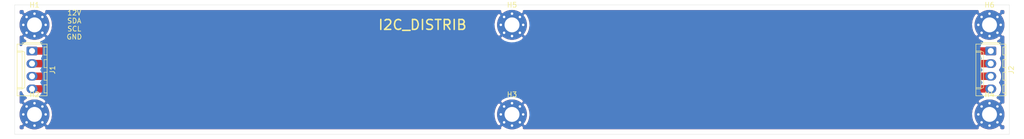
<source format=kicad_pcb>
(kicad_pcb (version 20171130) (host pcbnew "(5.1.4)-1")

  (general
    (thickness 1.6)
    (drawings 6)
    (tracks 5)
    (zones 0)
    (modules 8)
    (nets 6)
  )

  (page A4)
  (layers
    (0 F.Cu signal)
    (31 B.Cu signal)
    (32 B.Adhes user)
    (33 F.Adhes user)
    (34 B.Paste user)
    (35 F.Paste user)
    (36 B.SilkS user)
    (37 F.SilkS user)
    (38 B.Mask user)
    (39 F.Mask user)
    (40 Dwgs.User user)
    (41 Cmts.User user)
    (42 Eco1.User user)
    (43 Eco2.User user)
    (44 Edge.Cuts user)
    (45 Margin user)
    (46 B.CrtYd user)
    (47 F.CrtYd user)
    (48 B.Fab user)
    (49 F.Fab user)
  )

  (setup
    (last_trace_width 0.25)
    (user_trace_width 1)
    (user_trace_width 1.5)
    (user_trace_width 2)
    (trace_clearance 0.2)
    (zone_clearance 1)
    (zone_45_only no)
    (trace_min 0.2)
    (via_size 0.8)
    (via_drill 0.4)
    (via_min_size 0.4)
    (via_min_drill 0.3)
    (uvia_size 0.3)
    (uvia_drill 0.1)
    (uvias_allowed no)
    (uvia_min_size 0.2)
    (uvia_min_drill 0.1)
    (edge_width 0.05)
    (segment_width 0.2)
    (pcb_text_width 0.3)
    (pcb_text_size 1.5 1.5)
    (mod_edge_width 0.12)
    (mod_text_size 1 1)
    (mod_text_width 0.15)
    (pad_size 1.524 1.524)
    (pad_drill 0.762)
    (pad_to_mask_clearance 0.051)
    (solder_mask_min_width 0.25)
    (aux_axis_origin 0 0)
    (grid_origin 67.595 76.875)
    (visible_elements 7FFFFFFF)
    (pcbplotparams
      (layerselection 0x010fc_ffffffff)
      (usegerberextensions false)
      (usegerberattributes false)
      (usegerberadvancedattributes false)
      (creategerberjobfile false)
      (excludeedgelayer true)
      (linewidth 0.100000)
      (plotframeref false)
      (viasonmask false)
      (mode 1)
      (useauxorigin false)
      (hpglpennumber 1)
      (hpglpenspeed 20)
      (hpglpendiameter 15.000000)
      (psnegative false)
      (psa4output false)
      (plotreference true)
      (plotvalue true)
      (plotinvisibletext false)
      (padsonsilk false)
      (subtractmaskfromsilk false)
      (outputformat 1)
      (mirror false)
      (drillshape 1)
      (scaleselection 1)
      (outputdirectory ""))
  )

  (net 0 "")
  (net 1 "Net-(J1-Pad1)")
  (net 2 "Net-(J1-Pad2)")
  (net 3 "Net-(J1-Pad3)")
  (net 4 "Net-(J1-Pad4)")
  (net 5 Earth)

  (net_class Default "Ceci est la Netclass par défaut."
    (clearance 0.2)
    (trace_width 0.25)
    (via_dia 0.8)
    (via_drill 0.4)
    (uvia_dia 0.3)
    (uvia_drill 0.1)
    (add_net Earth)
    (add_net "Net-(J1-Pad1)")
    (add_net "Net-(J1-Pad2)")
    (add_net "Net-(J1-Pad3)")
    (add_net "Net-(J1-Pad4)")
  )

  (module Connector_Molex:Molex_KK-254_AE-6410-04A_1x04_P2.54mm_Vertical (layer F.Cu) (tedit 5B78013E) (tstamp 5EB182E8)
    (at 71.095 86.125 270)
    (descr "Molex KK-254 Interconnect System, old/engineering part number: AE-6410-04A example for new part number: 22-27-2041, 4 Pins (http://www.molex.com/pdm_docs/sd/022272021_sd.pdf), generated with kicad-footprint-generator")
    (tags "connector Molex KK-254 side entry")
    (path /5EB1CAAB)
    (fp_text reference J1 (at 3.81 -4.12 90) (layer F.SilkS)
      (effects (font (size 1 1) (thickness 0.15)))
    )
    (fp_text value Conn_01x04 (at 3.81 4.08 90) (layer F.Fab)
      (effects (font (size 1 1) (thickness 0.15)))
    )
    (fp_text user %R (at 3.81 -2.22 90) (layer F.Fab)
      (effects (font (size 1 1) (thickness 0.15)))
    )
    (fp_line (start 9.39 -3.42) (end -1.77 -3.42) (layer F.CrtYd) (width 0.05))
    (fp_line (start 9.39 3.38) (end 9.39 -3.42) (layer F.CrtYd) (width 0.05))
    (fp_line (start -1.77 3.38) (end 9.39 3.38) (layer F.CrtYd) (width 0.05))
    (fp_line (start -1.77 -3.42) (end -1.77 3.38) (layer F.CrtYd) (width 0.05))
    (fp_line (start 8.42 -2.43) (end 8.42 -3.03) (layer F.SilkS) (width 0.12))
    (fp_line (start 6.82 -2.43) (end 8.42 -2.43) (layer F.SilkS) (width 0.12))
    (fp_line (start 6.82 -3.03) (end 6.82 -2.43) (layer F.SilkS) (width 0.12))
    (fp_line (start 5.88 -2.43) (end 5.88 -3.03) (layer F.SilkS) (width 0.12))
    (fp_line (start 4.28 -2.43) (end 5.88 -2.43) (layer F.SilkS) (width 0.12))
    (fp_line (start 4.28 -3.03) (end 4.28 -2.43) (layer F.SilkS) (width 0.12))
    (fp_line (start 3.34 -2.43) (end 3.34 -3.03) (layer F.SilkS) (width 0.12))
    (fp_line (start 1.74 -2.43) (end 3.34 -2.43) (layer F.SilkS) (width 0.12))
    (fp_line (start 1.74 -3.03) (end 1.74 -2.43) (layer F.SilkS) (width 0.12))
    (fp_line (start 0.8 -2.43) (end 0.8 -3.03) (layer F.SilkS) (width 0.12))
    (fp_line (start -0.8 -2.43) (end 0.8 -2.43) (layer F.SilkS) (width 0.12))
    (fp_line (start -0.8 -3.03) (end -0.8 -2.43) (layer F.SilkS) (width 0.12))
    (fp_line (start 7.37 2.99) (end 7.37 1.99) (layer F.SilkS) (width 0.12))
    (fp_line (start 0.25 2.99) (end 0.25 1.99) (layer F.SilkS) (width 0.12))
    (fp_line (start 7.37 1.46) (end 7.62 1.99) (layer F.SilkS) (width 0.12))
    (fp_line (start 0.25 1.46) (end 7.37 1.46) (layer F.SilkS) (width 0.12))
    (fp_line (start 0 1.99) (end 0.25 1.46) (layer F.SilkS) (width 0.12))
    (fp_line (start 7.62 1.99) (end 7.62 2.99) (layer F.SilkS) (width 0.12))
    (fp_line (start 0 1.99) (end 7.62 1.99) (layer F.SilkS) (width 0.12))
    (fp_line (start 0 2.99) (end 0 1.99) (layer F.SilkS) (width 0.12))
    (fp_line (start -0.562893 0) (end -1.27 0.5) (layer F.Fab) (width 0.1))
    (fp_line (start -1.27 -0.5) (end -0.562893 0) (layer F.Fab) (width 0.1))
    (fp_line (start -1.67 -2) (end -1.67 2) (layer F.SilkS) (width 0.12))
    (fp_line (start 9 -3.03) (end -1.38 -3.03) (layer F.SilkS) (width 0.12))
    (fp_line (start 9 2.99) (end 9 -3.03) (layer F.SilkS) (width 0.12))
    (fp_line (start -1.38 2.99) (end 9 2.99) (layer F.SilkS) (width 0.12))
    (fp_line (start -1.38 -3.03) (end -1.38 2.99) (layer F.SilkS) (width 0.12))
    (fp_line (start 8.89 -2.92) (end -1.27 -2.92) (layer F.Fab) (width 0.1))
    (fp_line (start 8.89 2.88) (end 8.89 -2.92) (layer F.Fab) (width 0.1))
    (fp_line (start -1.27 2.88) (end 8.89 2.88) (layer F.Fab) (width 0.1))
    (fp_line (start -1.27 -2.92) (end -1.27 2.88) (layer F.Fab) (width 0.1))
    (pad 4 thru_hole oval (at 7.62 0 270) (size 1.74 2.2) (drill 1.2) (layers *.Cu *.Mask)
      (net 4 "Net-(J1-Pad4)"))
    (pad 3 thru_hole oval (at 5.08 0 270) (size 1.74 2.2) (drill 1.2) (layers *.Cu *.Mask)
      (net 3 "Net-(J1-Pad3)"))
    (pad 2 thru_hole oval (at 2.54 0 270) (size 1.74 2.2) (drill 1.2) (layers *.Cu *.Mask)
      (net 2 "Net-(J1-Pad2)"))
    (pad 1 thru_hole roundrect (at 0 0 270) (size 1.74 2.2) (drill 1.2) (layers *.Cu *.Mask) (roundrect_rratio 0.143678)
      (net 1 "Net-(J1-Pad1)"))
    (model ${KISYS3DMOD}/Connector_Molex.3dshapes/Molex_KK-254_AE-6410-04A_1x04_P2.54mm_Vertical.wrl
      (at (xyz 0 0 0))
      (scale (xyz 1 1 1))
      (rotate (xyz 0 0 0))
    )
  )

  (module Connector_Molex:Molex_KK-254_AE-6410-04A_1x04_P2.54mm_Vertical (layer F.Cu) (tedit 5B78013E) (tstamp 5EB18314)
    (at 263.845 86.125 270)
    (descr "Molex KK-254 Interconnect System, old/engineering part number: AE-6410-04A example for new part number: 22-27-2041, 4 Pins (http://www.molex.com/pdm_docs/sd/022272021_sd.pdf), generated with kicad-footprint-generator")
    (tags "connector Molex KK-254 side entry")
    (path /5EB1B991)
    (fp_text reference J2 (at 3.81 -4.12 90) (layer F.SilkS)
      (effects (font (size 1 1) (thickness 0.15)))
    )
    (fp_text value Conn_01x04 (at 3.81 4.08 90) (layer F.Fab)
      (effects (font (size 1 1) (thickness 0.15)))
    )
    (fp_line (start -1.27 -2.92) (end -1.27 2.88) (layer F.Fab) (width 0.1))
    (fp_line (start -1.27 2.88) (end 8.89 2.88) (layer F.Fab) (width 0.1))
    (fp_line (start 8.89 2.88) (end 8.89 -2.92) (layer F.Fab) (width 0.1))
    (fp_line (start 8.89 -2.92) (end -1.27 -2.92) (layer F.Fab) (width 0.1))
    (fp_line (start -1.38 -3.03) (end -1.38 2.99) (layer F.SilkS) (width 0.12))
    (fp_line (start -1.38 2.99) (end 9 2.99) (layer F.SilkS) (width 0.12))
    (fp_line (start 9 2.99) (end 9 -3.03) (layer F.SilkS) (width 0.12))
    (fp_line (start 9 -3.03) (end -1.38 -3.03) (layer F.SilkS) (width 0.12))
    (fp_line (start -1.67 -2) (end -1.67 2) (layer F.SilkS) (width 0.12))
    (fp_line (start -1.27 -0.5) (end -0.562893 0) (layer F.Fab) (width 0.1))
    (fp_line (start -0.562893 0) (end -1.27 0.5) (layer F.Fab) (width 0.1))
    (fp_line (start 0 2.99) (end 0 1.99) (layer F.SilkS) (width 0.12))
    (fp_line (start 0 1.99) (end 7.62 1.99) (layer F.SilkS) (width 0.12))
    (fp_line (start 7.62 1.99) (end 7.62 2.99) (layer F.SilkS) (width 0.12))
    (fp_line (start 0 1.99) (end 0.25 1.46) (layer F.SilkS) (width 0.12))
    (fp_line (start 0.25 1.46) (end 7.37 1.46) (layer F.SilkS) (width 0.12))
    (fp_line (start 7.37 1.46) (end 7.62 1.99) (layer F.SilkS) (width 0.12))
    (fp_line (start 0.25 2.99) (end 0.25 1.99) (layer F.SilkS) (width 0.12))
    (fp_line (start 7.37 2.99) (end 7.37 1.99) (layer F.SilkS) (width 0.12))
    (fp_line (start -0.8 -3.03) (end -0.8 -2.43) (layer F.SilkS) (width 0.12))
    (fp_line (start -0.8 -2.43) (end 0.8 -2.43) (layer F.SilkS) (width 0.12))
    (fp_line (start 0.8 -2.43) (end 0.8 -3.03) (layer F.SilkS) (width 0.12))
    (fp_line (start 1.74 -3.03) (end 1.74 -2.43) (layer F.SilkS) (width 0.12))
    (fp_line (start 1.74 -2.43) (end 3.34 -2.43) (layer F.SilkS) (width 0.12))
    (fp_line (start 3.34 -2.43) (end 3.34 -3.03) (layer F.SilkS) (width 0.12))
    (fp_line (start 4.28 -3.03) (end 4.28 -2.43) (layer F.SilkS) (width 0.12))
    (fp_line (start 4.28 -2.43) (end 5.88 -2.43) (layer F.SilkS) (width 0.12))
    (fp_line (start 5.88 -2.43) (end 5.88 -3.03) (layer F.SilkS) (width 0.12))
    (fp_line (start 6.82 -3.03) (end 6.82 -2.43) (layer F.SilkS) (width 0.12))
    (fp_line (start 6.82 -2.43) (end 8.42 -2.43) (layer F.SilkS) (width 0.12))
    (fp_line (start 8.42 -2.43) (end 8.42 -3.03) (layer F.SilkS) (width 0.12))
    (fp_line (start -1.77 -3.42) (end -1.77 3.38) (layer F.CrtYd) (width 0.05))
    (fp_line (start -1.77 3.38) (end 9.39 3.38) (layer F.CrtYd) (width 0.05))
    (fp_line (start 9.39 3.38) (end 9.39 -3.42) (layer F.CrtYd) (width 0.05))
    (fp_line (start 9.39 -3.42) (end -1.77 -3.42) (layer F.CrtYd) (width 0.05))
    (fp_text user %R (at 3.81 -2.22 90) (layer F.Fab)
      (effects (font (size 1 1) (thickness 0.15)))
    )
    (pad 1 thru_hole roundrect (at 0 0 270) (size 1.74 2.2) (drill 1.2) (layers *.Cu *.Mask) (roundrect_rratio 0.143678)
      (net 1 "Net-(J1-Pad1)"))
    (pad 2 thru_hole oval (at 2.54 0 270) (size 1.74 2.2) (drill 1.2) (layers *.Cu *.Mask)
      (net 2 "Net-(J1-Pad2)"))
    (pad 3 thru_hole oval (at 5.08 0 270) (size 1.74 2.2) (drill 1.2) (layers *.Cu *.Mask)
      (net 3 "Net-(J1-Pad3)"))
    (pad 4 thru_hole oval (at 7.62 0 270) (size 1.74 2.2) (drill 1.2) (layers *.Cu *.Mask)
      (net 4 "Net-(J1-Pad4)"))
    (model ${KISYS3DMOD}/Connector_Molex.3dshapes/Molex_KK-254_AE-6410-04A_1x04_P2.54mm_Vertical.wrl
      (at (xyz 0 0 0))
      (scale (xyz 1 1 1))
      (rotate (xyz 0 0 0))
    )
  )

  (module MountingHole:MountingHole_3mm_Pad_Via (layer F.Cu) (tedit 56DDBED4) (tstamp 5EB1CF19)
    (at 71.595 80.875)
    (descr "Mounting Hole 3mm")
    (tags "mounting hole 3mm")
    (path /5EB1E363)
    (attr virtual)
    (fp_text reference H1 (at 0 -4) (layer F.SilkS)
      (effects (font (size 1 1) (thickness 0.15)))
    )
    (fp_text value MountingHole_Pad (at 0 4) (layer F.Fab)
      (effects (font (size 1 1) (thickness 0.15)))
    )
    (fp_text user %R (at 0.3 0) (layer F.Fab)
      (effects (font (size 1 1) (thickness 0.15)))
    )
    (fp_circle (center 0 0) (end 3 0) (layer Cmts.User) (width 0.15))
    (fp_circle (center 0 0) (end 3.25 0) (layer F.CrtYd) (width 0.05))
    (pad 1 thru_hole circle (at 0 0) (size 6 6) (drill 3) (layers *.Cu *.Mask)
      (net 5 Earth))
    (pad 1 thru_hole circle (at 2.25 0) (size 0.8 0.8) (drill 0.5) (layers *.Cu *.Mask)
      (net 5 Earth))
    (pad 1 thru_hole circle (at 1.59099 1.59099) (size 0.8 0.8) (drill 0.5) (layers *.Cu *.Mask)
      (net 5 Earth))
    (pad 1 thru_hole circle (at 0 2.25) (size 0.8 0.8) (drill 0.5) (layers *.Cu *.Mask)
      (net 5 Earth))
    (pad 1 thru_hole circle (at -1.59099 1.59099) (size 0.8 0.8) (drill 0.5) (layers *.Cu *.Mask)
      (net 5 Earth))
    (pad 1 thru_hole circle (at -2.25 0) (size 0.8 0.8) (drill 0.5) (layers *.Cu *.Mask)
      (net 5 Earth))
    (pad 1 thru_hole circle (at -1.59099 -1.59099) (size 0.8 0.8) (drill 0.5) (layers *.Cu *.Mask)
      (net 5 Earth))
    (pad 1 thru_hole circle (at 0 -2.25) (size 0.8 0.8) (drill 0.5) (layers *.Cu *.Mask)
      (net 5 Earth))
    (pad 1 thru_hole circle (at 1.59099 -1.59099) (size 0.8 0.8) (drill 0.5) (layers *.Cu *.Mask)
      (net 5 Earth))
  )

  (module MountingHole:MountingHole_3mm_Pad_Via (layer F.Cu) (tedit 56DDBED4) (tstamp 5EB1CF29)
    (at 71.595 98.875)
    (descr "Mounting Hole 3mm")
    (tags "mounting hole 3mm")
    (path /5EB1E80F)
    (attr virtual)
    (fp_text reference H2 (at 0 -4) (layer F.SilkS)
      (effects (font (size 1 1) (thickness 0.15)))
    )
    (fp_text value MountingHole_Pad (at 0 4) (layer F.Fab)
      (effects (font (size 1 1) (thickness 0.15)))
    )
    (fp_circle (center 0 0) (end 3.25 0) (layer F.CrtYd) (width 0.05))
    (fp_circle (center 0 0) (end 3 0) (layer Cmts.User) (width 0.15))
    (fp_text user %R (at 0.3 0) (layer F.Fab)
      (effects (font (size 1 1) (thickness 0.15)))
    )
    (pad 1 thru_hole circle (at 1.59099 -1.59099) (size 0.8 0.8) (drill 0.5) (layers *.Cu *.Mask)
      (net 5 Earth))
    (pad 1 thru_hole circle (at 0 -2.25) (size 0.8 0.8) (drill 0.5) (layers *.Cu *.Mask)
      (net 5 Earth))
    (pad 1 thru_hole circle (at -1.59099 -1.59099) (size 0.8 0.8) (drill 0.5) (layers *.Cu *.Mask)
      (net 5 Earth))
    (pad 1 thru_hole circle (at -2.25 0) (size 0.8 0.8) (drill 0.5) (layers *.Cu *.Mask)
      (net 5 Earth))
    (pad 1 thru_hole circle (at -1.59099 1.59099) (size 0.8 0.8) (drill 0.5) (layers *.Cu *.Mask)
      (net 5 Earth))
    (pad 1 thru_hole circle (at 0 2.25) (size 0.8 0.8) (drill 0.5) (layers *.Cu *.Mask)
      (net 5 Earth))
    (pad 1 thru_hole circle (at 1.59099 1.59099) (size 0.8 0.8) (drill 0.5) (layers *.Cu *.Mask)
      (net 5 Earth))
    (pad 1 thru_hole circle (at 2.25 0) (size 0.8 0.8) (drill 0.5) (layers *.Cu *.Mask)
      (net 5 Earth))
    (pad 1 thru_hole circle (at 0 0) (size 6 6) (drill 3) (layers *.Cu *.Mask)
      (net 5 Earth))
  )

  (module MountingHole:MountingHole_3mm_Pad_Via (layer F.Cu) (tedit 56DDBED4) (tstamp 5EB1CF39)
    (at 167.595 98.875)
    (descr "Mounting Hole 3mm")
    (tags "mounting hole 3mm")
    (path /5EB1ED7D)
    (attr virtual)
    (fp_text reference H3 (at 0 -4) (layer F.SilkS)
      (effects (font (size 1 1) (thickness 0.15)))
    )
    (fp_text value MountingHole_Pad (at 0 4) (layer F.Fab)
      (effects (font (size 1 1) (thickness 0.15)))
    )
    (fp_text user %R (at 0.3 0) (layer F.Fab)
      (effects (font (size 1 1) (thickness 0.15)))
    )
    (fp_circle (center 0 0) (end 3 0) (layer Cmts.User) (width 0.15))
    (fp_circle (center 0 0) (end 3.25 0) (layer F.CrtYd) (width 0.05))
    (pad 1 thru_hole circle (at 0 0) (size 6 6) (drill 3) (layers *.Cu *.Mask)
      (net 5 Earth))
    (pad 1 thru_hole circle (at 2.25 0) (size 0.8 0.8) (drill 0.5) (layers *.Cu *.Mask)
      (net 5 Earth))
    (pad 1 thru_hole circle (at 1.59099 1.59099) (size 0.8 0.8) (drill 0.5) (layers *.Cu *.Mask)
      (net 5 Earth))
    (pad 1 thru_hole circle (at 0 2.25) (size 0.8 0.8) (drill 0.5) (layers *.Cu *.Mask)
      (net 5 Earth))
    (pad 1 thru_hole circle (at -1.59099 1.59099) (size 0.8 0.8) (drill 0.5) (layers *.Cu *.Mask)
      (net 5 Earth))
    (pad 1 thru_hole circle (at -2.25 0) (size 0.8 0.8) (drill 0.5) (layers *.Cu *.Mask)
      (net 5 Earth))
    (pad 1 thru_hole circle (at -1.59099 -1.59099) (size 0.8 0.8) (drill 0.5) (layers *.Cu *.Mask)
      (net 5 Earth))
    (pad 1 thru_hole circle (at 0 -2.25) (size 0.8 0.8) (drill 0.5) (layers *.Cu *.Mask)
      (net 5 Earth))
    (pad 1 thru_hole circle (at 1.59099 -1.59099) (size 0.8 0.8) (drill 0.5) (layers *.Cu *.Mask)
      (net 5 Earth))
  )

  (module MountingHole:MountingHole_3mm_Pad_Via (layer F.Cu) (tedit 56DDBED4) (tstamp 5EB1CF49)
    (at 263.595 98.875)
    (descr "Mounting Hole 3mm")
    (tags "mounting hole 3mm")
    (path /5EB1F2C4)
    (attr virtual)
    (fp_text reference H4 (at 0 -4) (layer F.SilkS)
      (effects (font (size 1 1) (thickness 0.15)))
    )
    (fp_text value MountingHole_Pad (at 0 4) (layer F.Fab)
      (effects (font (size 1 1) (thickness 0.15)))
    )
    (fp_circle (center 0 0) (end 3.25 0) (layer F.CrtYd) (width 0.05))
    (fp_circle (center 0 0) (end 3 0) (layer Cmts.User) (width 0.15))
    (fp_text user %R (at 0.3 0) (layer F.Fab)
      (effects (font (size 1 1) (thickness 0.15)))
    )
    (pad 1 thru_hole circle (at 1.59099 -1.59099) (size 0.8 0.8) (drill 0.5) (layers *.Cu *.Mask)
      (net 5 Earth))
    (pad 1 thru_hole circle (at 0 -2.25) (size 0.8 0.8) (drill 0.5) (layers *.Cu *.Mask)
      (net 5 Earth))
    (pad 1 thru_hole circle (at -1.59099 -1.59099) (size 0.8 0.8) (drill 0.5) (layers *.Cu *.Mask)
      (net 5 Earth))
    (pad 1 thru_hole circle (at -2.25 0) (size 0.8 0.8) (drill 0.5) (layers *.Cu *.Mask)
      (net 5 Earth))
    (pad 1 thru_hole circle (at -1.59099 1.59099) (size 0.8 0.8) (drill 0.5) (layers *.Cu *.Mask)
      (net 5 Earth))
    (pad 1 thru_hole circle (at 0 2.25) (size 0.8 0.8) (drill 0.5) (layers *.Cu *.Mask)
      (net 5 Earth))
    (pad 1 thru_hole circle (at 1.59099 1.59099) (size 0.8 0.8) (drill 0.5) (layers *.Cu *.Mask)
      (net 5 Earth))
    (pad 1 thru_hole circle (at 2.25 0) (size 0.8 0.8) (drill 0.5) (layers *.Cu *.Mask)
      (net 5 Earth))
    (pad 1 thru_hole circle (at 0 0) (size 6 6) (drill 3) (layers *.Cu *.Mask)
      (net 5 Earth))
  )

  (module MountingHole:MountingHole_3mm_Pad_Via (layer F.Cu) (tedit 56DDBED4) (tstamp 5EB1CF59)
    (at 167.595 80.875)
    (descr "Mounting Hole 3mm")
    (tags "mounting hole 3mm")
    (path /5EB1F0CF)
    (attr virtual)
    (fp_text reference H5 (at 0 -4) (layer F.SilkS)
      (effects (font (size 1 1) (thickness 0.15)))
    )
    (fp_text value MountingHole_Pad (at 0 4) (layer F.Fab)
      (effects (font (size 1 1) (thickness 0.15)))
    )
    (fp_text user %R (at 0.3 0) (layer F.Fab)
      (effects (font (size 1 1) (thickness 0.15)))
    )
    (fp_circle (center 0 0) (end 3 0) (layer Cmts.User) (width 0.15))
    (fp_circle (center 0 0) (end 3.25 0) (layer F.CrtYd) (width 0.05))
    (pad 1 thru_hole circle (at 0 0) (size 6 6) (drill 3) (layers *.Cu *.Mask)
      (net 5 Earth))
    (pad 1 thru_hole circle (at 2.25 0) (size 0.8 0.8) (drill 0.5) (layers *.Cu *.Mask)
      (net 5 Earth))
    (pad 1 thru_hole circle (at 1.59099 1.59099) (size 0.8 0.8) (drill 0.5) (layers *.Cu *.Mask)
      (net 5 Earth))
    (pad 1 thru_hole circle (at 0 2.25) (size 0.8 0.8) (drill 0.5) (layers *.Cu *.Mask)
      (net 5 Earth))
    (pad 1 thru_hole circle (at -1.59099 1.59099) (size 0.8 0.8) (drill 0.5) (layers *.Cu *.Mask)
      (net 5 Earth))
    (pad 1 thru_hole circle (at -2.25 0) (size 0.8 0.8) (drill 0.5) (layers *.Cu *.Mask)
      (net 5 Earth))
    (pad 1 thru_hole circle (at -1.59099 -1.59099) (size 0.8 0.8) (drill 0.5) (layers *.Cu *.Mask)
      (net 5 Earth))
    (pad 1 thru_hole circle (at 0 -2.25) (size 0.8 0.8) (drill 0.5) (layers *.Cu *.Mask)
      (net 5 Earth))
    (pad 1 thru_hole circle (at 1.59099 -1.59099) (size 0.8 0.8) (drill 0.5) (layers *.Cu *.Mask)
      (net 5 Earth))
  )

  (module MountingHole:MountingHole_3mm_Pad_Via (layer F.Cu) (tedit 56DDBED4) (tstamp 5EB1CF69)
    (at 263.595 80.875)
    (descr "Mounting Hole 3mm")
    (tags "mounting hole 3mm")
    (path /5EB1EF77)
    (attr virtual)
    (fp_text reference H6 (at 0 -4) (layer F.SilkS)
      (effects (font (size 1 1) (thickness 0.15)))
    )
    (fp_text value MountingHole_Pad (at 0 4) (layer F.Fab)
      (effects (font (size 1 1) (thickness 0.15)))
    )
    (fp_circle (center 0 0) (end 3.25 0) (layer F.CrtYd) (width 0.05))
    (fp_circle (center 0 0) (end 3 0) (layer Cmts.User) (width 0.15))
    (fp_text user %R (at 0.3 0) (layer F.Fab)
      (effects (font (size 1 1) (thickness 0.15)))
    )
    (pad 1 thru_hole circle (at 1.59099 -1.59099) (size 0.8 0.8) (drill 0.5) (layers *.Cu *.Mask)
      (net 5 Earth))
    (pad 1 thru_hole circle (at 0 -2.25) (size 0.8 0.8) (drill 0.5) (layers *.Cu *.Mask)
      (net 5 Earth))
    (pad 1 thru_hole circle (at -1.59099 -1.59099) (size 0.8 0.8) (drill 0.5) (layers *.Cu *.Mask)
      (net 5 Earth))
    (pad 1 thru_hole circle (at -2.25 0) (size 0.8 0.8) (drill 0.5) (layers *.Cu *.Mask)
      (net 5 Earth))
    (pad 1 thru_hole circle (at -1.59099 1.59099) (size 0.8 0.8) (drill 0.5) (layers *.Cu *.Mask)
      (net 5 Earth))
    (pad 1 thru_hole circle (at 0 2.25) (size 0.8 0.8) (drill 0.5) (layers *.Cu *.Mask)
      (net 5 Earth))
    (pad 1 thru_hole circle (at 1.59099 1.59099) (size 0.8 0.8) (drill 0.5) (layers *.Cu *.Mask)
      (net 5 Earth))
    (pad 1 thru_hole circle (at 2.25 0) (size 0.8 0.8) (drill 0.5) (layers *.Cu *.Mask)
      (net 5 Earth))
    (pad 1 thru_hole circle (at 0 0) (size 6 6) (drill 3) (layers *.Cu *.Mask)
      (net 5 Earth))
  )

  (gr_text I2C_DISTRIB (at 149.595 80.875) (layer F.SilkS)
    (effects (font (size 2 2) (thickness 0.3)))
  )
  (gr_text "12V\nSDA\nSCL\nGND" (at 79.595 80.875) (layer F.SilkS)
    (effects (font (size 1 1) (thickness 0.15)))
  )
  (gr_line (start 267.595 76.875) (end 267.595 102.875) (layer Edge.Cuts) (width 0.05) (tstamp 5EB1D13C))
  (gr_line (start 267.595 76.875) (end 67.595 76.875) (layer Edge.Cuts) (width 0.05) (tstamp 5EB18584))
  (gr_line (start 67.595 102.875) (end 267.595 102.875) (layer Edge.Cuts) (width 0.05))
  (gr_line (start 67.595 76.875) (end 67.595 102.875) (layer Edge.Cuts) (width 0.05))

  (segment (start 263.845 86.125) (end 71.095 86.125) (width 1.5) (layer F.Cu) (net 1))
  (segment (start 73.695 88.665) (end 263.845 88.665) (width 1.5) (layer F.Cu) (net 2))
  (segment (start 71.095 88.665) (end 73.695 88.665) (width 1.5) (layer F.Cu) (net 2))
  (segment (start 263.845 91.205) (end 71.095 91.205) (width 1.5) (layer F.Cu) (net 3))
  (segment (start 71.095 93.745) (end 263.845 93.745) (width 1.5) (layer F.Cu) (net 4))

  (zone (net 5) (net_name Earth) (layer F.Cu) (tstamp 0) (hatch edge 0.508)
    (connect_pads (clearance 1))
    (min_thickness 0.5)
    (fill yes (arc_segments 32) (thermal_gap 0.508) (thermal_bridge_width 0.508))
    (polygon
      (pts
        (xy 66.595 75.875) (xy 268.595 75.875) (xy 268.595 103.875) (xy 66.595 103.875)
      )
    )
    (filled_polygon
      (pts
        (xy 69.061662 78.336005) (xy 71.595 80.869343) (xy 74.128338 78.336005) (xy 74.014589 78.15) (xy 165.175411 78.15)
        (xy 165.061662 78.336005) (xy 167.595 80.869343) (xy 170.128338 78.336005) (xy 170.014589 78.15) (xy 261.175411 78.15)
        (xy 261.061662 78.336005) (xy 263.595 80.869343) (xy 266.128338 78.336005) (xy 266.014589 78.15) (xy 266.32 78.15)
        (xy 266.32 78.455411) (xy 266.133995 78.341662) (xy 263.600657 80.875) (xy 266.133995 83.408338) (xy 266.32 83.294589)
        (xy 266.320001 96.455411) (xy 266.133995 96.341662) (xy 263.600657 98.875) (xy 266.133995 101.408338) (xy 266.320001 101.294588)
        (xy 266.320001 101.6) (xy 266.014589 101.6) (xy 266.128338 101.413995) (xy 263.595 98.880657) (xy 261.061662 101.413995)
        (xy 261.175411 101.6) (xy 170.014589 101.6) (xy 170.128338 101.413995) (xy 167.595 98.880657) (xy 165.061662 101.413995)
        (xy 165.175411 101.6) (xy 74.014589 101.6) (xy 74.128338 101.413995) (xy 71.595 98.880657) (xy 69.061662 101.413995)
        (xy 69.175411 101.6) (xy 68.87 101.6) (xy 68.87 101.294589) (xy 69.056005 101.408338) (xy 71.589343 98.875)
        (xy 71.600657 98.875) (xy 74.133995 101.408338) (xy 74.652346 101.091347) (xy 75.025988 100.452302) (xy 75.267779 99.752643)
        (xy 75.368427 99.019255) (xy 75.351107 98.730745) (xy 163.821573 98.730745) (xy 163.865935 99.469675) (xy 164.053603 100.185753)
        (xy 164.377366 100.85146) (xy 164.537654 101.091347) (xy 165.056005 101.408338) (xy 167.589343 98.875) (xy 167.600657 98.875)
        (xy 170.133995 101.408338) (xy 170.652346 101.091347) (xy 171.025988 100.452302) (xy 171.267779 99.752643) (xy 171.368427 99.019255)
        (xy 171.351107 98.730745) (xy 259.821573 98.730745) (xy 259.865935 99.469675) (xy 260.053603 100.185753) (xy 260.377366 100.85146)
        (xy 260.537654 101.091347) (xy 261.056005 101.408338) (xy 263.589343 98.875) (xy 261.056005 96.341662) (xy 260.537654 96.658653)
        (xy 260.164012 97.297698) (xy 259.922221 97.997357) (xy 259.821573 98.730745) (xy 171.351107 98.730745) (xy 171.324065 98.280325)
        (xy 171.136397 97.564247) (xy 170.812634 96.89854) (xy 170.652346 96.658653) (xy 170.133995 96.341662) (xy 167.600657 98.875)
        (xy 167.589343 98.875) (xy 165.056005 96.341662) (xy 164.537654 96.658653) (xy 164.164012 97.297698) (xy 163.922221 97.997357)
        (xy 163.821573 98.730745) (xy 75.351107 98.730745) (xy 75.324065 98.280325) (xy 75.136397 97.564247) (xy 74.812634 96.89854)
        (xy 74.652346 96.658653) (xy 74.133995 96.341662) (xy 71.600657 98.875) (xy 71.589343 98.875) (xy 69.056005 96.341662)
        (xy 68.87 96.455411) (xy 68.87 94.47154) (xy 68.896899 94.560214) (xy 69.093756 94.928507) (xy 69.358681 95.251319)
        (xy 69.681493 95.516244) (xy 69.78974 95.574104) (xy 69.61854 95.657366) (xy 69.378653 95.817654) (xy 69.061662 96.336005)
        (xy 71.595 98.869343) (xy 74.128338 96.336005) (xy 73.811347 95.817654) (xy 73.687086 95.745) (xy 165.487387 95.745)
        (xy 165.378653 95.817654) (xy 165.061662 96.336005) (xy 167.595 98.869343) (xy 170.128338 96.336005) (xy 169.811347 95.817654)
        (xy 169.687086 95.745) (xy 261.487387 95.745) (xy 261.378653 95.817654) (xy 261.061662 96.336005) (xy 263.595 98.869343)
        (xy 266.128338 96.336005) (xy 265.811347 95.817654) (xy 265.27404 95.503497) (xy 265.581319 95.251319) (xy 265.846244 94.928507)
        (xy 266.043101 94.560214) (xy 266.164325 94.160593) (xy 266.205257 93.745) (xy 266.164325 93.329407) (xy 266.043101 92.929786)
        (xy 265.846244 92.561493) (xy 265.775261 92.475) (xy 265.846244 92.388507) (xy 266.043101 92.020214) (xy 266.164325 91.620593)
        (xy 266.205257 91.205) (xy 266.164325 90.789407) (xy 266.043101 90.389786) (xy 265.846244 90.021493) (xy 265.775261 89.935)
        (xy 265.846244 89.848507) (xy 266.043101 89.480214) (xy 266.164325 89.080593) (xy 266.205257 88.665) (xy 266.164325 88.249407)
        (xy 266.043101 87.849786) (xy 265.918517 87.616706) (xy 265.947233 87.581716) (xy 266.086407 87.32134) (xy 266.17211 87.038816)
        (xy 266.201048 86.745001) (xy 266.201048 85.504999) (xy 266.17211 85.211184) (xy 266.086407 84.92866) (xy 265.947233 84.668284)
        (xy 265.759937 84.440063) (xy 265.531716 84.252767) (xy 265.393789 84.179043) (xy 265.57146 84.092634) (xy 265.811347 83.932346)
        (xy 266.128338 83.413995) (xy 263.595 80.880657) (xy 261.061662 83.413995) (xy 261.378653 83.932346) (xy 261.708152 84.125)
        (xy 169.50491 84.125) (xy 169.57146 84.092634) (xy 169.811347 83.932346) (xy 170.128338 83.413995) (xy 167.595 80.880657)
        (xy 165.061662 83.413995) (xy 165.378653 83.932346) (xy 165.708152 84.125) (xy 73.50491 84.125) (xy 73.57146 84.092634)
        (xy 73.811347 83.932346) (xy 74.128338 83.413995) (xy 71.595 80.880657) (xy 69.061662 83.413995) (xy 69.378653 83.932346)
        (xy 69.681816 84.109602) (xy 69.66866 84.113593) (xy 69.408284 84.252767) (xy 69.180063 84.440063) (xy 68.992767 84.668284)
        (xy 68.87 84.897965) (xy 68.87 83.294589) (xy 69.056005 83.408338) (xy 71.589343 80.875) (xy 71.600657 80.875)
        (xy 74.133995 83.408338) (xy 74.652346 83.091347) (xy 75.025988 82.452302) (xy 75.267779 81.752643) (xy 75.368427 81.019255)
        (xy 75.351107 80.730745) (xy 163.821573 80.730745) (xy 163.865935 81.469675) (xy 164.053603 82.185753) (xy 164.377366 82.85146)
        (xy 164.537654 83.091347) (xy 165.056005 83.408338) (xy 167.589343 80.875) (xy 167.600657 80.875) (xy 170.133995 83.408338)
        (xy 170.652346 83.091347) (xy 171.025988 82.452302) (xy 171.267779 81.752643) (xy 171.368427 81.019255) (xy 171.351107 80.730745)
        (xy 259.821573 80.730745) (xy 259.865935 81.469675) (xy 260.053603 82.185753) (xy 260.377366 82.85146) (xy 260.537654 83.091347)
        (xy 261.056005 83.408338) (xy 263.589343 80.875) (xy 261.056005 78.341662) (xy 260.537654 78.658653) (xy 260.164012 79.297698)
        (xy 259.922221 79.997357) (xy 259.821573 80.730745) (xy 171.351107 80.730745) (xy 171.324065 80.280325) (xy 171.136397 79.564247)
        (xy 170.812634 78.89854) (xy 170.652346 78.658653) (xy 170.133995 78.341662) (xy 167.600657 80.875) (xy 167.589343 80.875)
        (xy 165.056005 78.341662) (xy 164.537654 78.658653) (xy 164.164012 79.297698) (xy 163.922221 79.997357) (xy 163.821573 80.730745)
        (xy 75.351107 80.730745) (xy 75.324065 80.280325) (xy 75.136397 79.564247) (xy 74.812634 78.89854) (xy 74.652346 78.658653)
        (xy 74.133995 78.341662) (xy 71.600657 80.875) (xy 71.589343 80.875) (xy 69.056005 78.341662) (xy 68.87 78.455411)
        (xy 68.87 78.15) (xy 69.175411 78.15)
      )
    )
  )
  (zone (net 5) (net_name Earth) (layer B.Cu) (tstamp 5EB1D267) (hatch edge 0.508)
    (connect_pads (clearance 1))
    (min_thickness 0.5)
    (fill yes (arc_segments 32) (thermal_gap 0.508) (thermal_bridge_width 0.508))
    (polygon
      (pts
        (xy 66.595 75.875) (xy 268.595 75.875) (xy 268.595 103.875) (xy 66.595 103.875)
      )
    )
    (filled_polygon
      (pts
        (xy 69.061662 78.336005) (xy 71.595 80.869343) (xy 74.128338 78.336005) (xy 74.014589 78.15) (xy 165.175411 78.15)
        (xy 165.061662 78.336005) (xy 167.595 80.869343) (xy 170.128338 78.336005) (xy 170.014589 78.15) (xy 261.175411 78.15)
        (xy 261.061662 78.336005) (xy 263.595 80.869343) (xy 266.128338 78.336005) (xy 266.014589 78.15) (xy 266.32 78.15)
        (xy 266.32 78.455411) (xy 266.133995 78.341662) (xy 263.600657 80.875) (xy 266.133995 83.408338) (xy 266.32 83.294589)
        (xy 266.320001 96.455411) (xy 266.133995 96.341662) (xy 263.600657 98.875) (xy 266.133995 101.408338) (xy 266.320001 101.294588)
        (xy 266.320001 101.6) (xy 266.014589 101.6) (xy 266.128338 101.413995) (xy 263.595 98.880657) (xy 261.061662 101.413995)
        (xy 261.175411 101.6) (xy 170.014589 101.6) (xy 170.128338 101.413995) (xy 167.595 98.880657) (xy 165.061662 101.413995)
        (xy 165.175411 101.6) (xy 74.014589 101.6) (xy 74.128338 101.413995) (xy 71.595 98.880657) (xy 69.061662 101.413995)
        (xy 69.175411 101.6) (xy 68.87 101.6) (xy 68.87 101.294589) (xy 69.056005 101.408338) (xy 71.589343 98.875)
        (xy 71.600657 98.875) (xy 74.133995 101.408338) (xy 74.652346 101.091347) (xy 75.025988 100.452302) (xy 75.267779 99.752643)
        (xy 75.368427 99.019255) (xy 75.351107 98.730745) (xy 163.821573 98.730745) (xy 163.865935 99.469675) (xy 164.053603 100.185753)
        (xy 164.377366 100.85146) (xy 164.537654 101.091347) (xy 165.056005 101.408338) (xy 167.589343 98.875) (xy 167.600657 98.875)
        (xy 170.133995 101.408338) (xy 170.652346 101.091347) (xy 171.025988 100.452302) (xy 171.267779 99.752643) (xy 171.368427 99.019255)
        (xy 171.351107 98.730745) (xy 259.821573 98.730745) (xy 259.865935 99.469675) (xy 260.053603 100.185753) (xy 260.377366 100.85146)
        (xy 260.537654 101.091347) (xy 261.056005 101.408338) (xy 263.589343 98.875) (xy 261.056005 96.341662) (xy 260.537654 96.658653)
        (xy 260.164012 97.297698) (xy 259.922221 97.997357) (xy 259.821573 98.730745) (xy 171.351107 98.730745) (xy 171.324065 98.280325)
        (xy 171.136397 97.564247) (xy 170.812634 96.89854) (xy 170.652346 96.658653) (xy 170.133995 96.341662) (xy 167.600657 98.875)
        (xy 167.589343 98.875) (xy 165.056005 96.341662) (xy 164.537654 96.658653) (xy 164.164012 97.297698) (xy 163.922221 97.997357)
        (xy 163.821573 98.730745) (xy 75.351107 98.730745) (xy 75.324065 98.280325) (xy 75.136397 97.564247) (xy 74.812634 96.89854)
        (xy 74.652346 96.658653) (xy 74.133995 96.341662) (xy 71.600657 98.875) (xy 71.589343 98.875) (xy 69.056005 96.341662)
        (xy 68.87 96.455411) (xy 68.87 94.47154) (xy 68.896899 94.560214) (xy 69.093756 94.928507) (xy 69.358681 95.251319)
        (xy 69.681493 95.516244) (xy 69.78974 95.574104) (xy 69.61854 95.657366) (xy 69.378653 95.817654) (xy 69.061662 96.336005)
        (xy 71.595 98.869343) (xy 74.128338 96.336005) (xy 165.061662 96.336005) (xy 167.595 98.869343) (xy 170.128338 96.336005)
        (xy 169.811347 95.817654) (xy 169.172302 95.444012) (xy 168.472643 95.202221) (xy 167.739255 95.101573) (xy 167.000325 95.145935)
        (xy 166.284247 95.333603) (xy 165.61854 95.657366) (xy 165.378653 95.817654) (xy 165.061662 96.336005) (xy 74.128338 96.336005)
        (xy 73.811347 95.817654) (xy 73.172302 95.444012) (xy 72.767136 95.303993) (xy 72.831319 95.251319) (xy 73.096244 94.928507)
        (xy 73.293101 94.560214) (xy 73.414325 94.160593) (xy 73.455257 93.745) (xy 73.414325 93.329407) (xy 73.293101 92.929786)
        (xy 73.096244 92.561493) (xy 73.025261 92.475) (xy 73.096244 92.388507) (xy 73.293101 92.020214) (xy 73.414325 91.620593)
        (xy 73.455257 91.205) (xy 73.414325 90.789407) (xy 73.293101 90.389786) (xy 73.096244 90.021493) (xy 73.025261 89.935)
        (xy 73.096244 89.848507) (xy 73.293101 89.480214) (xy 73.414325 89.080593) (xy 73.455257 88.665) (xy 73.414325 88.249407)
        (xy 73.293101 87.849786) (xy 73.168517 87.616706) (xy 73.197233 87.581716) (xy 73.336407 87.32134) (xy 73.42211 87.038816)
        (xy 73.451048 86.745001) (xy 73.451048 85.504999) (xy 73.42211 85.211184) (xy 73.336407 84.92866) (xy 73.197233 84.668284)
        (xy 73.009937 84.440063) (xy 72.953063 84.393388) (xy 73.57146 84.092634) (xy 73.811347 83.932346) (xy 74.128338 83.413995)
        (xy 165.061662 83.413995) (xy 165.378653 83.932346) (xy 166.017698 84.305988) (xy 166.717357 84.547779) (xy 167.450745 84.648427)
        (xy 168.189675 84.604065) (xy 168.905753 84.416397) (xy 169.57146 84.092634) (xy 169.811347 83.932346) (xy 170.128338 83.413995)
        (xy 261.061662 83.413995) (xy 261.378653 83.932346) (xy 262.017698 84.305988) (xy 262.070992 84.324406) (xy 261.930063 84.440063)
        (xy 261.742767 84.668284) (xy 261.603593 84.92866) (xy 261.51789 85.211184) (xy 261.488952 85.504999) (xy 261.488952 86.745001)
        (xy 261.51789 87.038816) (xy 261.603593 87.32134) (xy 261.742767 87.581716) (xy 261.771483 87.616706) (xy 261.646899 87.849786)
        (xy 261.525675 88.249407) (xy 261.484743 88.665) (xy 261.525675 89.080593) (xy 261.646899 89.480214) (xy 261.843756 89.848507)
        (xy 261.914739 89.935) (xy 261.843756 90.021493) (xy 261.646899 90.389786) (xy 261.525675 90.789407) (xy 261.484743 91.205)
        (xy 261.525675 91.620593) (xy 261.646899 92.020214) (xy 261.843756 92.388507) (xy 261.914739 92.475) (xy 261.843756 92.561493)
        (xy 261.646899 92.929786) (xy 261.525675 93.329407) (xy 261.484743 93.745) (xy 261.525675 94.160593) (xy 261.646899 94.560214)
        (xy 261.843756 94.928507) (xy 262.108681 95.251319) (xy 262.236965 95.356599) (xy 261.61854 95.657366) (xy 261.378653 95.817654)
        (xy 261.061662 96.336005) (xy 263.595 98.869343) (xy 266.128338 96.336005) (xy 265.811347 95.817654) (xy 265.27404 95.503497)
        (xy 265.581319 95.251319) (xy 265.846244 94.928507) (xy 266.043101 94.560214) (xy 266.164325 94.160593) (xy 266.205257 93.745)
        (xy 266.164325 93.329407) (xy 266.043101 92.929786) (xy 265.846244 92.561493) (xy 265.775261 92.475) (xy 265.846244 92.388507)
        (xy 266.043101 92.020214) (xy 266.164325 91.620593) (xy 266.205257 91.205) (xy 266.164325 90.789407) (xy 266.043101 90.389786)
        (xy 265.846244 90.021493) (xy 265.775261 89.935) (xy 265.846244 89.848507) (xy 266.043101 89.480214) (xy 266.164325 89.080593)
        (xy 266.205257 88.665) (xy 266.164325 88.249407) (xy 266.043101 87.849786) (xy 265.918517 87.616706) (xy 265.947233 87.581716)
        (xy 266.086407 87.32134) (xy 266.17211 87.038816) (xy 266.201048 86.745001) (xy 266.201048 85.504999) (xy 266.17211 85.211184)
        (xy 266.086407 84.92866) (xy 265.947233 84.668284) (xy 265.759937 84.440063) (xy 265.531716 84.252767) (xy 265.393789 84.179043)
        (xy 265.57146 84.092634) (xy 265.811347 83.932346) (xy 266.128338 83.413995) (xy 263.595 80.880657) (xy 261.061662 83.413995)
        (xy 170.128338 83.413995) (xy 167.595 80.880657) (xy 165.061662 83.413995) (xy 74.128338 83.413995) (xy 71.595 80.880657)
        (xy 69.061662 83.413995) (xy 69.378653 83.932346) (xy 69.681816 84.109602) (xy 69.66866 84.113593) (xy 69.408284 84.252767)
        (xy 69.180063 84.440063) (xy 68.992767 84.668284) (xy 68.87 84.897965) (xy 68.87 83.294589) (xy 69.056005 83.408338)
        (xy 71.589343 80.875) (xy 71.600657 80.875) (xy 74.133995 83.408338) (xy 74.652346 83.091347) (xy 75.025988 82.452302)
        (xy 75.267779 81.752643) (xy 75.368427 81.019255) (xy 75.351107 80.730745) (xy 163.821573 80.730745) (xy 163.865935 81.469675)
        (xy 164.053603 82.185753) (xy 164.377366 82.85146) (xy 164.537654 83.091347) (xy 165.056005 83.408338) (xy 167.589343 80.875)
        (xy 167.600657 80.875) (xy 170.133995 83.408338) (xy 170.652346 83.091347) (xy 171.025988 82.452302) (xy 171.267779 81.752643)
        (xy 171.368427 81.019255) (xy 171.351107 80.730745) (xy 259.821573 80.730745) (xy 259.865935 81.469675) (xy 260.053603 82.185753)
        (xy 260.377366 82.85146) (xy 260.537654 83.091347) (xy 261.056005 83.408338) (xy 263.589343 80.875) (xy 261.056005 78.341662)
        (xy 260.537654 78.658653) (xy 260.164012 79.297698) (xy 259.922221 79.997357) (xy 259.821573 80.730745) (xy 171.351107 80.730745)
        (xy 171.324065 80.280325) (xy 171.136397 79.564247) (xy 170.812634 78.89854) (xy 170.652346 78.658653) (xy 170.133995 78.341662)
        (xy 167.600657 80.875) (xy 167.589343 80.875) (xy 165.056005 78.341662) (xy 164.537654 78.658653) (xy 164.164012 79.297698)
        (xy 163.922221 79.997357) (xy 163.821573 80.730745) (xy 75.351107 80.730745) (xy 75.324065 80.280325) (xy 75.136397 79.564247)
        (xy 74.812634 78.89854) (xy 74.652346 78.658653) (xy 74.133995 78.341662) (xy 71.600657 80.875) (xy 71.589343 80.875)
        (xy 69.056005 78.341662) (xy 68.87 78.455411) (xy 68.87 78.15) (xy 69.175411 78.15)
      )
    )
  )
  (zone (net 0) (net_name "") (layer F.Mask) (tstamp 0) (hatch edge 0.508)
    (connect_pads (clearance 1))
    (min_thickness 0.254)
    (fill yes (arc_segments 32) (thermal_gap 0.508) (thermal_bridge_width 0.508))
    (polygon
      (pts
        (xy 69.595 84.875) (xy 69.595 94.875) (xy 265.595 94.875) (xy 265.595 84.875)
      )
    )
    (filled_polygon
      (pts
        (xy 265.468 94.748) (xy 69.722 94.748) (xy 69.722 85.002) (xy 265.468 85.002)
      )
    )
  )
)

</source>
